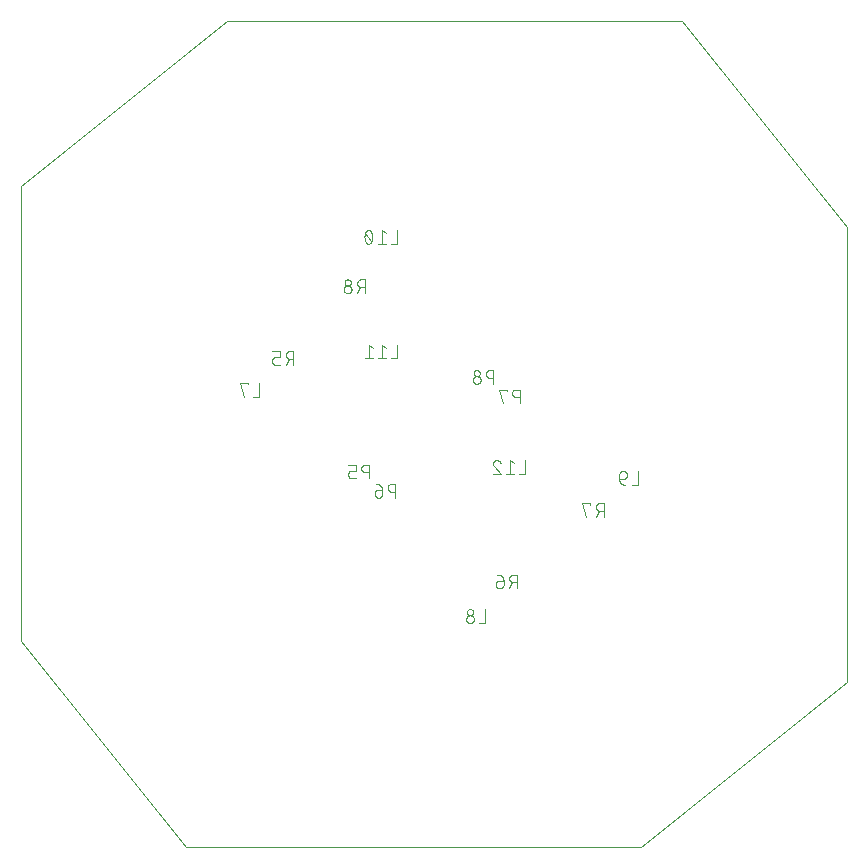
<source format=gbr>
G04 EAGLE Gerber RS-274X export*
G75*
%MOMM*%
%FSLAX34Y34*%
%LPD*%
%INoutline_silk_bot*%
%IPPOS*%
%AMOC8*
5,1,8,0,0,1.08239X$1,22.5*%
G01*
%ADD10C,0.001000*%
%ADD11C,0.101600*%


D10*
X-175000Y350000D02*
X-350000Y210000D01*
X-350000Y-175000D01*
X-210000Y-350000D01*
X175000Y-350000D01*
X350000Y-210000D01*
X350000Y175000D01*
X210000Y350000D01*
X-175000Y350000D01*
D11*
X-55118Y-25908D02*
X-55118Y-37592D01*
X-55118Y-25908D02*
X-58364Y-25908D01*
X-58477Y-25910D01*
X-58590Y-25916D01*
X-58703Y-25926D01*
X-58816Y-25940D01*
X-58928Y-25957D01*
X-59039Y-25979D01*
X-59149Y-26004D01*
X-59259Y-26034D01*
X-59367Y-26067D01*
X-59474Y-26104D01*
X-59580Y-26144D01*
X-59684Y-26189D01*
X-59787Y-26237D01*
X-59888Y-26288D01*
X-59987Y-26343D01*
X-60084Y-26401D01*
X-60179Y-26463D01*
X-60272Y-26528D01*
X-60362Y-26596D01*
X-60450Y-26667D01*
X-60536Y-26742D01*
X-60619Y-26819D01*
X-60699Y-26899D01*
X-60776Y-26982D01*
X-60851Y-27068D01*
X-60922Y-27156D01*
X-60990Y-27246D01*
X-61055Y-27339D01*
X-61117Y-27434D01*
X-61175Y-27531D01*
X-61230Y-27630D01*
X-61281Y-27731D01*
X-61329Y-27834D01*
X-61374Y-27938D01*
X-61414Y-28044D01*
X-61451Y-28151D01*
X-61484Y-28259D01*
X-61514Y-28369D01*
X-61539Y-28479D01*
X-61561Y-28590D01*
X-61578Y-28702D01*
X-61592Y-28815D01*
X-61602Y-28928D01*
X-61608Y-29041D01*
X-61610Y-29154D01*
X-61608Y-29267D01*
X-61602Y-29380D01*
X-61592Y-29493D01*
X-61578Y-29606D01*
X-61561Y-29718D01*
X-61539Y-29829D01*
X-61514Y-29939D01*
X-61484Y-30049D01*
X-61451Y-30157D01*
X-61414Y-30264D01*
X-61374Y-30370D01*
X-61329Y-30474D01*
X-61281Y-30577D01*
X-61230Y-30678D01*
X-61175Y-30777D01*
X-61117Y-30874D01*
X-61055Y-30969D01*
X-60990Y-31062D01*
X-60922Y-31152D01*
X-60851Y-31240D01*
X-60776Y-31326D01*
X-60699Y-31409D01*
X-60619Y-31489D01*
X-60536Y-31566D01*
X-60450Y-31641D01*
X-60362Y-31712D01*
X-60272Y-31780D01*
X-60179Y-31845D01*
X-60084Y-31907D01*
X-59987Y-31965D01*
X-59888Y-32020D01*
X-59787Y-32071D01*
X-59684Y-32119D01*
X-59580Y-32164D01*
X-59474Y-32204D01*
X-59367Y-32241D01*
X-59259Y-32274D01*
X-59149Y-32304D01*
X-59039Y-32329D01*
X-58928Y-32351D01*
X-58816Y-32368D01*
X-58703Y-32382D01*
X-58590Y-32392D01*
X-58477Y-32398D01*
X-58364Y-32400D01*
X-58364Y-32399D02*
X-55118Y-32399D01*
X-65998Y-37592D02*
X-69892Y-37592D01*
X-69991Y-37590D01*
X-70091Y-37584D01*
X-70190Y-37575D01*
X-70288Y-37562D01*
X-70386Y-37545D01*
X-70484Y-37524D01*
X-70580Y-37499D01*
X-70675Y-37471D01*
X-70769Y-37439D01*
X-70862Y-37404D01*
X-70954Y-37365D01*
X-71044Y-37322D01*
X-71132Y-37277D01*
X-71219Y-37227D01*
X-71303Y-37175D01*
X-71386Y-37119D01*
X-71466Y-37061D01*
X-71544Y-36999D01*
X-71619Y-36934D01*
X-71692Y-36866D01*
X-71762Y-36796D01*
X-71830Y-36723D01*
X-71895Y-36648D01*
X-71957Y-36570D01*
X-72015Y-36490D01*
X-72071Y-36407D01*
X-72123Y-36323D01*
X-72173Y-36236D01*
X-72218Y-36148D01*
X-72261Y-36058D01*
X-72300Y-35966D01*
X-72335Y-35873D01*
X-72367Y-35779D01*
X-72395Y-35684D01*
X-72420Y-35588D01*
X-72441Y-35490D01*
X-72458Y-35392D01*
X-72471Y-35294D01*
X-72480Y-35195D01*
X-72486Y-35095D01*
X-72488Y-34996D01*
X-72489Y-34996D02*
X-72489Y-33697D01*
X-72488Y-33697D02*
X-72486Y-33598D01*
X-72480Y-33498D01*
X-72471Y-33399D01*
X-72458Y-33301D01*
X-72441Y-33203D01*
X-72420Y-33105D01*
X-72395Y-33009D01*
X-72367Y-32914D01*
X-72335Y-32820D01*
X-72300Y-32727D01*
X-72261Y-32635D01*
X-72218Y-32545D01*
X-72173Y-32457D01*
X-72123Y-32370D01*
X-72071Y-32286D01*
X-72015Y-32203D01*
X-71957Y-32123D01*
X-71895Y-32045D01*
X-71830Y-31970D01*
X-71762Y-31897D01*
X-71692Y-31827D01*
X-71619Y-31759D01*
X-71544Y-31694D01*
X-71466Y-31632D01*
X-71386Y-31574D01*
X-71303Y-31518D01*
X-71219Y-31466D01*
X-71132Y-31416D01*
X-71044Y-31371D01*
X-70954Y-31328D01*
X-70862Y-31289D01*
X-70769Y-31254D01*
X-70675Y-31222D01*
X-70580Y-31194D01*
X-70484Y-31169D01*
X-70386Y-31148D01*
X-70288Y-31131D01*
X-70190Y-31118D01*
X-70091Y-31109D01*
X-69991Y-31103D01*
X-69892Y-31101D01*
X-65998Y-31101D01*
X-65998Y-25908D01*
X-72489Y-25908D01*
X-32921Y-42418D02*
X-32921Y-54102D01*
X-32921Y-42418D02*
X-36167Y-42418D01*
X-36280Y-42420D01*
X-36393Y-42426D01*
X-36506Y-42436D01*
X-36619Y-42450D01*
X-36731Y-42467D01*
X-36842Y-42489D01*
X-36952Y-42514D01*
X-37062Y-42544D01*
X-37170Y-42577D01*
X-37277Y-42614D01*
X-37383Y-42654D01*
X-37487Y-42699D01*
X-37590Y-42747D01*
X-37691Y-42798D01*
X-37790Y-42853D01*
X-37887Y-42911D01*
X-37982Y-42973D01*
X-38075Y-43038D01*
X-38165Y-43106D01*
X-38253Y-43177D01*
X-38339Y-43252D01*
X-38422Y-43329D01*
X-38502Y-43409D01*
X-38579Y-43492D01*
X-38654Y-43578D01*
X-38725Y-43666D01*
X-38793Y-43756D01*
X-38858Y-43849D01*
X-38920Y-43944D01*
X-38978Y-44041D01*
X-39033Y-44140D01*
X-39084Y-44241D01*
X-39132Y-44344D01*
X-39177Y-44448D01*
X-39217Y-44554D01*
X-39254Y-44661D01*
X-39287Y-44769D01*
X-39317Y-44879D01*
X-39342Y-44989D01*
X-39364Y-45100D01*
X-39381Y-45212D01*
X-39395Y-45325D01*
X-39405Y-45438D01*
X-39411Y-45551D01*
X-39413Y-45664D01*
X-39411Y-45777D01*
X-39405Y-45890D01*
X-39395Y-46003D01*
X-39381Y-46116D01*
X-39364Y-46228D01*
X-39342Y-46339D01*
X-39317Y-46449D01*
X-39287Y-46559D01*
X-39254Y-46667D01*
X-39217Y-46774D01*
X-39177Y-46880D01*
X-39132Y-46984D01*
X-39084Y-47087D01*
X-39033Y-47188D01*
X-38978Y-47287D01*
X-38920Y-47384D01*
X-38858Y-47479D01*
X-38793Y-47572D01*
X-38725Y-47662D01*
X-38654Y-47750D01*
X-38579Y-47836D01*
X-38502Y-47919D01*
X-38422Y-47999D01*
X-38339Y-48076D01*
X-38253Y-48151D01*
X-38165Y-48222D01*
X-38075Y-48290D01*
X-37982Y-48355D01*
X-37887Y-48417D01*
X-37790Y-48475D01*
X-37691Y-48530D01*
X-37590Y-48581D01*
X-37487Y-48629D01*
X-37383Y-48674D01*
X-37277Y-48714D01*
X-37170Y-48751D01*
X-37062Y-48784D01*
X-36952Y-48814D01*
X-36842Y-48839D01*
X-36731Y-48861D01*
X-36619Y-48878D01*
X-36506Y-48892D01*
X-36393Y-48902D01*
X-36280Y-48908D01*
X-36167Y-48910D01*
X-36167Y-48909D02*
X-32921Y-48909D01*
X-43801Y-47611D02*
X-47696Y-47611D01*
X-47795Y-47613D01*
X-47895Y-47619D01*
X-47994Y-47628D01*
X-48092Y-47641D01*
X-48190Y-47658D01*
X-48288Y-47679D01*
X-48384Y-47704D01*
X-48479Y-47732D01*
X-48573Y-47764D01*
X-48666Y-47799D01*
X-48758Y-47838D01*
X-48848Y-47881D01*
X-48936Y-47926D01*
X-49023Y-47976D01*
X-49107Y-48028D01*
X-49190Y-48084D01*
X-49270Y-48142D01*
X-49348Y-48204D01*
X-49423Y-48269D01*
X-49496Y-48337D01*
X-49566Y-48407D01*
X-49634Y-48480D01*
X-49699Y-48555D01*
X-49761Y-48633D01*
X-49819Y-48713D01*
X-49875Y-48796D01*
X-49927Y-48880D01*
X-49977Y-48967D01*
X-50022Y-49055D01*
X-50065Y-49145D01*
X-50104Y-49237D01*
X-50139Y-49330D01*
X-50171Y-49424D01*
X-50199Y-49519D01*
X-50224Y-49615D01*
X-50245Y-49713D01*
X-50262Y-49811D01*
X-50275Y-49909D01*
X-50284Y-50008D01*
X-50290Y-50108D01*
X-50292Y-50207D01*
X-50292Y-50856D01*
X-50290Y-50969D01*
X-50284Y-51082D01*
X-50274Y-51195D01*
X-50260Y-51308D01*
X-50243Y-51420D01*
X-50221Y-51531D01*
X-50196Y-51641D01*
X-50166Y-51751D01*
X-50133Y-51859D01*
X-50096Y-51966D01*
X-50056Y-52072D01*
X-50011Y-52176D01*
X-49963Y-52279D01*
X-49912Y-52380D01*
X-49857Y-52479D01*
X-49799Y-52576D01*
X-49737Y-52671D01*
X-49672Y-52764D01*
X-49604Y-52854D01*
X-49533Y-52942D01*
X-49458Y-53028D01*
X-49381Y-53111D01*
X-49301Y-53191D01*
X-49218Y-53268D01*
X-49132Y-53343D01*
X-49044Y-53414D01*
X-48954Y-53482D01*
X-48861Y-53547D01*
X-48766Y-53609D01*
X-48669Y-53667D01*
X-48570Y-53722D01*
X-48469Y-53773D01*
X-48366Y-53821D01*
X-48262Y-53866D01*
X-48156Y-53906D01*
X-48049Y-53943D01*
X-47941Y-53976D01*
X-47831Y-54006D01*
X-47721Y-54031D01*
X-47610Y-54053D01*
X-47498Y-54070D01*
X-47385Y-54084D01*
X-47272Y-54094D01*
X-47159Y-54100D01*
X-47046Y-54102D01*
X-46933Y-54100D01*
X-46820Y-54094D01*
X-46707Y-54084D01*
X-46594Y-54070D01*
X-46482Y-54053D01*
X-46371Y-54031D01*
X-46261Y-54006D01*
X-46151Y-53976D01*
X-46043Y-53943D01*
X-45936Y-53906D01*
X-45830Y-53866D01*
X-45726Y-53821D01*
X-45623Y-53773D01*
X-45522Y-53722D01*
X-45423Y-53667D01*
X-45326Y-53609D01*
X-45231Y-53547D01*
X-45138Y-53482D01*
X-45048Y-53414D01*
X-44960Y-53343D01*
X-44874Y-53268D01*
X-44791Y-53191D01*
X-44711Y-53111D01*
X-44634Y-53028D01*
X-44559Y-52942D01*
X-44488Y-52854D01*
X-44420Y-52764D01*
X-44355Y-52671D01*
X-44293Y-52576D01*
X-44235Y-52479D01*
X-44180Y-52380D01*
X-44129Y-52279D01*
X-44081Y-52176D01*
X-44036Y-52072D01*
X-43996Y-51966D01*
X-43959Y-51859D01*
X-43926Y-51751D01*
X-43896Y-51641D01*
X-43871Y-51531D01*
X-43849Y-51420D01*
X-43832Y-51308D01*
X-43818Y-51195D01*
X-43808Y-51082D01*
X-43802Y-50969D01*
X-43800Y-50856D01*
X-43801Y-50856D02*
X-43801Y-47611D01*
X-43803Y-47468D01*
X-43809Y-47325D01*
X-43819Y-47182D01*
X-43833Y-47040D01*
X-43850Y-46898D01*
X-43872Y-46756D01*
X-43897Y-46615D01*
X-43927Y-46475D01*
X-43960Y-46336D01*
X-43997Y-46198D01*
X-44038Y-46061D01*
X-44082Y-45925D01*
X-44131Y-45790D01*
X-44183Y-45657D01*
X-44238Y-45525D01*
X-44298Y-45395D01*
X-44361Y-45266D01*
X-44427Y-45139D01*
X-44497Y-45015D01*
X-44570Y-44892D01*
X-44647Y-44771D01*
X-44726Y-44652D01*
X-44810Y-44536D01*
X-44896Y-44421D01*
X-44985Y-44310D01*
X-45078Y-44201D01*
X-45173Y-44094D01*
X-45272Y-43990D01*
X-45373Y-43889D01*
X-45477Y-43790D01*
X-45583Y-43695D01*
X-45693Y-43602D01*
X-45804Y-43513D01*
X-45918Y-43427D01*
X-46035Y-43344D01*
X-46154Y-43264D01*
X-46275Y-43187D01*
X-46397Y-43114D01*
X-46522Y-43044D01*
X-46649Y-42978D01*
X-46778Y-42915D01*
X-46908Y-42855D01*
X-47040Y-42800D01*
X-47173Y-42748D01*
X-47308Y-42699D01*
X-47444Y-42655D01*
X-47581Y-42614D01*
X-47719Y-42577D01*
X-47858Y-42544D01*
X-47998Y-42514D01*
X-48139Y-42489D01*
X-48281Y-42467D01*
X-48423Y-42450D01*
X-48565Y-42436D01*
X-48708Y-42426D01*
X-48851Y-42420D01*
X-48994Y-42418D01*
X72489Y25908D02*
X72489Y37592D01*
X69243Y37592D01*
X69130Y37590D01*
X69017Y37584D01*
X68904Y37574D01*
X68791Y37560D01*
X68679Y37543D01*
X68568Y37521D01*
X68458Y37496D01*
X68348Y37466D01*
X68240Y37433D01*
X68133Y37396D01*
X68027Y37356D01*
X67923Y37311D01*
X67820Y37263D01*
X67719Y37212D01*
X67620Y37157D01*
X67523Y37099D01*
X67428Y37037D01*
X67335Y36972D01*
X67245Y36904D01*
X67157Y36833D01*
X67071Y36758D01*
X66988Y36681D01*
X66908Y36601D01*
X66831Y36518D01*
X66756Y36432D01*
X66685Y36344D01*
X66617Y36254D01*
X66552Y36161D01*
X66490Y36066D01*
X66432Y35969D01*
X66377Y35870D01*
X66326Y35769D01*
X66278Y35666D01*
X66233Y35562D01*
X66193Y35456D01*
X66156Y35349D01*
X66123Y35241D01*
X66093Y35131D01*
X66068Y35021D01*
X66046Y34910D01*
X66029Y34798D01*
X66015Y34685D01*
X66005Y34572D01*
X65999Y34459D01*
X65997Y34346D01*
X65999Y34233D01*
X66005Y34120D01*
X66015Y34007D01*
X66029Y33894D01*
X66046Y33782D01*
X66068Y33671D01*
X66093Y33561D01*
X66123Y33451D01*
X66156Y33343D01*
X66193Y33236D01*
X66233Y33130D01*
X66278Y33026D01*
X66326Y32923D01*
X66377Y32822D01*
X66432Y32723D01*
X66490Y32626D01*
X66552Y32531D01*
X66617Y32438D01*
X66685Y32348D01*
X66756Y32260D01*
X66831Y32174D01*
X66908Y32091D01*
X66988Y32011D01*
X67071Y31934D01*
X67157Y31859D01*
X67245Y31788D01*
X67335Y31720D01*
X67428Y31655D01*
X67523Y31593D01*
X67620Y31535D01*
X67719Y31480D01*
X67820Y31429D01*
X67923Y31381D01*
X68027Y31336D01*
X68133Y31296D01*
X68240Y31259D01*
X68348Y31226D01*
X68458Y31196D01*
X68568Y31171D01*
X68679Y31149D01*
X68791Y31132D01*
X68904Y31118D01*
X69017Y31108D01*
X69130Y31102D01*
X69243Y31100D01*
X69243Y31101D02*
X72489Y31101D01*
X61609Y36294D02*
X61609Y37592D01*
X55118Y37592D01*
X58364Y25908D01*
X50292Y42418D02*
X50292Y54102D01*
X47046Y54102D01*
X46933Y54100D01*
X46820Y54094D01*
X46707Y54084D01*
X46594Y54070D01*
X46482Y54053D01*
X46371Y54031D01*
X46261Y54006D01*
X46151Y53976D01*
X46043Y53943D01*
X45936Y53906D01*
X45830Y53866D01*
X45726Y53821D01*
X45623Y53773D01*
X45522Y53722D01*
X45423Y53667D01*
X45326Y53609D01*
X45231Y53547D01*
X45138Y53482D01*
X45048Y53414D01*
X44960Y53343D01*
X44874Y53268D01*
X44791Y53191D01*
X44711Y53111D01*
X44634Y53028D01*
X44559Y52942D01*
X44488Y52854D01*
X44420Y52764D01*
X44355Y52671D01*
X44293Y52576D01*
X44235Y52479D01*
X44180Y52380D01*
X44129Y52279D01*
X44081Y52176D01*
X44036Y52072D01*
X43996Y51966D01*
X43959Y51859D01*
X43926Y51751D01*
X43896Y51641D01*
X43871Y51531D01*
X43849Y51420D01*
X43832Y51308D01*
X43818Y51195D01*
X43808Y51082D01*
X43802Y50969D01*
X43800Y50856D01*
X43802Y50743D01*
X43808Y50630D01*
X43818Y50517D01*
X43832Y50404D01*
X43849Y50292D01*
X43871Y50181D01*
X43896Y50071D01*
X43926Y49961D01*
X43959Y49853D01*
X43996Y49746D01*
X44036Y49640D01*
X44081Y49536D01*
X44129Y49433D01*
X44180Y49332D01*
X44235Y49233D01*
X44293Y49136D01*
X44355Y49041D01*
X44420Y48948D01*
X44488Y48858D01*
X44559Y48770D01*
X44634Y48684D01*
X44711Y48601D01*
X44791Y48521D01*
X44874Y48444D01*
X44960Y48369D01*
X45048Y48298D01*
X45138Y48230D01*
X45231Y48165D01*
X45326Y48103D01*
X45423Y48045D01*
X45522Y47990D01*
X45623Y47939D01*
X45726Y47891D01*
X45830Y47846D01*
X45936Y47806D01*
X46043Y47769D01*
X46151Y47736D01*
X46261Y47706D01*
X46371Y47681D01*
X46482Y47659D01*
X46594Y47642D01*
X46707Y47628D01*
X46820Y47618D01*
X46933Y47612D01*
X47046Y47610D01*
X47046Y47611D02*
X50292Y47611D01*
X39413Y45664D02*
X39411Y45777D01*
X39405Y45890D01*
X39395Y46003D01*
X39381Y46116D01*
X39364Y46228D01*
X39342Y46339D01*
X39317Y46449D01*
X39287Y46559D01*
X39254Y46667D01*
X39217Y46774D01*
X39177Y46880D01*
X39132Y46984D01*
X39084Y47087D01*
X39033Y47188D01*
X38978Y47287D01*
X38920Y47384D01*
X38858Y47479D01*
X38793Y47572D01*
X38725Y47662D01*
X38654Y47750D01*
X38579Y47836D01*
X38502Y47919D01*
X38422Y47999D01*
X38339Y48076D01*
X38253Y48151D01*
X38165Y48222D01*
X38075Y48290D01*
X37982Y48355D01*
X37887Y48417D01*
X37790Y48475D01*
X37691Y48530D01*
X37590Y48581D01*
X37487Y48629D01*
X37383Y48674D01*
X37277Y48714D01*
X37170Y48751D01*
X37062Y48784D01*
X36952Y48814D01*
X36842Y48839D01*
X36731Y48861D01*
X36619Y48878D01*
X36506Y48892D01*
X36393Y48902D01*
X36280Y48908D01*
X36167Y48910D01*
X36054Y48908D01*
X35941Y48902D01*
X35828Y48892D01*
X35715Y48878D01*
X35603Y48861D01*
X35492Y48839D01*
X35382Y48814D01*
X35272Y48784D01*
X35164Y48751D01*
X35057Y48714D01*
X34951Y48674D01*
X34847Y48629D01*
X34744Y48581D01*
X34643Y48530D01*
X34544Y48475D01*
X34447Y48417D01*
X34352Y48355D01*
X34259Y48290D01*
X34169Y48222D01*
X34081Y48151D01*
X33995Y48076D01*
X33912Y47999D01*
X33832Y47919D01*
X33755Y47836D01*
X33680Y47750D01*
X33609Y47662D01*
X33541Y47572D01*
X33476Y47479D01*
X33414Y47384D01*
X33356Y47287D01*
X33301Y47188D01*
X33250Y47087D01*
X33202Y46984D01*
X33157Y46880D01*
X33117Y46774D01*
X33080Y46667D01*
X33047Y46559D01*
X33017Y46449D01*
X32992Y46339D01*
X32970Y46228D01*
X32953Y46116D01*
X32939Y46003D01*
X32929Y45890D01*
X32923Y45777D01*
X32921Y45664D01*
X32923Y45551D01*
X32929Y45438D01*
X32939Y45325D01*
X32953Y45212D01*
X32970Y45100D01*
X32992Y44989D01*
X33017Y44879D01*
X33047Y44769D01*
X33080Y44661D01*
X33117Y44554D01*
X33157Y44448D01*
X33202Y44344D01*
X33250Y44241D01*
X33301Y44140D01*
X33356Y44041D01*
X33414Y43944D01*
X33476Y43849D01*
X33541Y43756D01*
X33609Y43666D01*
X33680Y43578D01*
X33755Y43492D01*
X33832Y43409D01*
X33912Y43329D01*
X33995Y43252D01*
X34081Y43177D01*
X34169Y43106D01*
X34259Y43038D01*
X34352Y42973D01*
X34447Y42911D01*
X34544Y42853D01*
X34643Y42798D01*
X34744Y42747D01*
X34847Y42699D01*
X34951Y42654D01*
X35057Y42614D01*
X35164Y42577D01*
X35272Y42544D01*
X35382Y42514D01*
X35492Y42489D01*
X35603Y42467D01*
X35715Y42450D01*
X35828Y42436D01*
X35941Y42426D01*
X36054Y42420D01*
X36167Y42418D01*
X36280Y42420D01*
X36393Y42426D01*
X36506Y42436D01*
X36619Y42450D01*
X36731Y42467D01*
X36842Y42489D01*
X36952Y42514D01*
X37062Y42544D01*
X37170Y42577D01*
X37277Y42614D01*
X37383Y42654D01*
X37487Y42699D01*
X37590Y42747D01*
X37691Y42798D01*
X37790Y42853D01*
X37887Y42911D01*
X37982Y42973D01*
X38075Y43038D01*
X38165Y43106D01*
X38253Y43177D01*
X38339Y43252D01*
X38422Y43329D01*
X38502Y43409D01*
X38579Y43492D01*
X38654Y43578D01*
X38725Y43666D01*
X38793Y43756D01*
X38858Y43849D01*
X38920Y43944D01*
X38978Y44041D01*
X39033Y44140D01*
X39084Y44241D01*
X39132Y44344D01*
X39177Y44448D01*
X39217Y44554D01*
X39254Y44661D01*
X39287Y44769D01*
X39317Y44879D01*
X39342Y44989D01*
X39364Y45100D01*
X39381Y45212D01*
X39395Y45325D01*
X39405Y45438D01*
X39411Y45551D01*
X39413Y45664D01*
X38763Y51506D02*
X38761Y51607D01*
X38755Y51707D01*
X38745Y51807D01*
X38732Y51907D01*
X38714Y52006D01*
X38693Y52105D01*
X38668Y52202D01*
X38639Y52299D01*
X38606Y52394D01*
X38570Y52488D01*
X38530Y52580D01*
X38487Y52671D01*
X38440Y52760D01*
X38390Y52847D01*
X38336Y52933D01*
X38279Y53016D01*
X38219Y53096D01*
X38156Y53175D01*
X38089Y53251D01*
X38020Y53324D01*
X37948Y53394D01*
X37874Y53462D01*
X37797Y53527D01*
X37717Y53588D01*
X37635Y53647D01*
X37551Y53702D01*
X37465Y53754D01*
X37377Y53803D01*
X37287Y53848D01*
X37195Y53890D01*
X37102Y53928D01*
X37007Y53962D01*
X36912Y53993D01*
X36815Y54020D01*
X36717Y54043D01*
X36618Y54063D01*
X36518Y54078D01*
X36418Y54090D01*
X36318Y54098D01*
X36217Y54102D01*
X36117Y54102D01*
X36016Y54098D01*
X35916Y54090D01*
X35816Y54078D01*
X35716Y54063D01*
X35617Y54043D01*
X35519Y54020D01*
X35422Y53993D01*
X35327Y53962D01*
X35232Y53928D01*
X35139Y53890D01*
X35047Y53848D01*
X34957Y53803D01*
X34869Y53754D01*
X34783Y53702D01*
X34699Y53647D01*
X34617Y53588D01*
X34537Y53527D01*
X34460Y53462D01*
X34386Y53394D01*
X34314Y53324D01*
X34245Y53251D01*
X34178Y53175D01*
X34115Y53096D01*
X34055Y53016D01*
X33998Y52933D01*
X33944Y52847D01*
X33894Y52760D01*
X33847Y52671D01*
X33804Y52580D01*
X33764Y52488D01*
X33728Y52394D01*
X33695Y52299D01*
X33666Y52202D01*
X33641Y52105D01*
X33620Y52006D01*
X33602Y51907D01*
X33589Y51807D01*
X33579Y51707D01*
X33573Y51607D01*
X33571Y51506D01*
X33573Y51405D01*
X33579Y51305D01*
X33589Y51205D01*
X33602Y51105D01*
X33620Y51006D01*
X33641Y50907D01*
X33666Y50810D01*
X33695Y50713D01*
X33728Y50618D01*
X33764Y50524D01*
X33804Y50432D01*
X33847Y50341D01*
X33894Y50252D01*
X33944Y50165D01*
X33998Y50079D01*
X34055Y49996D01*
X34115Y49916D01*
X34178Y49837D01*
X34245Y49761D01*
X34314Y49688D01*
X34386Y49618D01*
X34460Y49550D01*
X34537Y49485D01*
X34617Y49424D01*
X34699Y49365D01*
X34783Y49310D01*
X34869Y49258D01*
X34957Y49209D01*
X35047Y49164D01*
X35139Y49122D01*
X35232Y49084D01*
X35327Y49050D01*
X35422Y49019D01*
X35519Y48992D01*
X35617Y48969D01*
X35716Y48949D01*
X35816Y48934D01*
X35916Y48922D01*
X36016Y48914D01*
X36117Y48910D01*
X36217Y48910D01*
X36318Y48914D01*
X36418Y48922D01*
X36518Y48934D01*
X36618Y48949D01*
X36717Y48969D01*
X36815Y48992D01*
X36912Y49019D01*
X37007Y49050D01*
X37102Y49084D01*
X37195Y49122D01*
X37287Y49164D01*
X37377Y49209D01*
X37465Y49258D01*
X37551Y49310D01*
X37635Y49365D01*
X37717Y49424D01*
X37797Y49485D01*
X37874Y49550D01*
X37948Y49618D01*
X38020Y49688D01*
X38089Y49761D01*
X38156Y49837D01*
X38219Y49916D01*
X38279Y49996D01*
X38336Y50079D01*
X38390Y50165D01*
X38440Y50252D01*
X38487Y50341D01*
X38530Y50432D01*
X38570Y50524D01*
X38606Y50618D01*
X38639Y50713D01*
X38668Y50810D01*
X38693Y50907D01*
X38714Y51006D01*
X38732Y51105D01*
X38745Y51205D01*
X38755Y51305D01*
X38761Y51405D01*
X38763Y51506D01*
X-119126Y58420D02*
X-119126Y70104D01*
X-122372Y70104D01*
X-122485Y70102D01*
X-122598Y70096D01*
X-122711Y70086D01*
X-122824Y70072D01*
X-122936Y70055D01*
X-123047Y70033D01*
X-123157Y70008D01*
X-123267Y69978D01*
X-123375Y69945D01*
X-123482Y69908D01*
X-123588Y69868D01*
X-123692Y69823D01*
X-123795Y69775D01*
X-123896Y69724D01*
X-123995Y69669D01*
X-124092Y69611D01*
X-124187Y69549D01*
X-124280Y69484D01*
X-124370Y69416D01*
X-124458Y69345D01*
X-124544Y69270D01*
X-124627Y69193D01*
X-124707Y69113D01*
X-124784Y69030D01*
X-124859Y68944D01*
X-124930Y68856D01*
X-124998Y68766D01*
X-125063Y68673D01*
X-125125Y68578D01*
X-125183Y68481D01*
X-125238Y68382D01*
X-125289Y68281D01*
X-125337Y68178D01*
X-125382Y68074D01*
X-125422Y67968D01*
X-125459Y67861D01*
X-125492Y67753D01*
X-125522Y67643D01*
X-125547Y67533D01*
X-125569Y67422D01*
X-125586Y67310D01*
X-125600Y67197D01*
X-125610Y67084D01*
X-125616Y66971D01*
X-125618Y66858D01*
X-125616Y66745D01*
X-125610Y66632D01*
X-125600Y66519D01*
X-125586Y66406D01*
X-125569Y66294D01*
X-125547Y66183D01*
X-125522Y66073D01*
X-125492Y65963D01*
X-125459Y65855D01*
X-125422Y65748D01*
X-125382Y65642D01*
X-125337Y65538D01*
X-125289Y65435D01*
X-125238Y65334D01*
X-125183Y65235D01*
X-125125Y65138D01*
X-125063Y65043D01*
X-124998Y64950D01*
X-124930Y64860D01*
X-124859Y64772D01*
X-124784Y64686D01*
X-124707Y64603D01*
X-124627Y64523D01*
X-124544Y64446D01*
X-124458Y64371D01*
X-124370Y64300D01*
X-124280Y64232D01*
X-124187Y64167D01*
X-124092Y64105D01*
X-123995Y64047D01*
X-123896Y63992D01*
X-123795Y63941D01*
X-123692Y63893D01*
X-123588Y63848D01*
X-123482Y63808D01*
X-123375Y63771D01*
X-123267Y63738D01*
X-123157Y63708D01*
X-123047Y63683D01*
X-122936Y63661D01*
X-122824Y63644D01*
X-122711Y63630D01*
X-122598Y63620D01*
X-122485Y63614D01*
X-122372Y63612D01*
X-122372Y63613D02*
X-119126Y63613D01*
X-123021Y63613D02*
X-125617Y58420D01*
X-130482Y58420D02*
X-134377Y58420D01*
X-134476Y58422D01*
X-134576Y58428D01*
X-134675Y58437D01*
X-134773Y58450D01*
X-134871Y58467D01*
X-134969Y58488D01*
X-135065Y58513D01*
X-135160Y58541D01*
X-135254Y58573D01*
X-135347Y58608D01*
X-135439Y58647D01*
X-135529Y58690D01*
X-135617Y58735D01*
X-135704Y58785D01*
X-135788Y58837D01*
X-135871Y58893D01*
X-135951Y58951D01*
X-136029Y59013D01*
X-136104Y59078D01*
X-136177Y59146D01*
X-136247Y59216D01*
X-136315Y59289D01*
X-136380Y59364D01*
X-136442Y59442D01*
X-136500Y59522D01*
X-136556Y59605D01*
X-136608Y59689D01*
X-136658Y59776D01*
X-136703Y59864D01*
X-136746Y59954D01*
X-136785Y60046D01*
X-136820Y60139D01*
X-136852Y60233D01*
X-136880Y60328D01*
X-136905Y60424D01*
X-136926Y60522D01*
X-136943Y60620D01*
X-136956Y60718D01*
X-136965Y60817D01*
X-136971Y60917D01*
X-136973Y61016D01*
X-136973Y62315D01*
X-136971Y62414D01*
X-136965Y62514D01*
X-136956Y62613D01*
X-136943Y62711D01*
X-136926Y62809D01*
X-136905Y62907D01*
X-136880Y63003D01*
X-136852Y63098D01*
X-136820Y63192D01*
X-136785Y63285D01*
X-136746Y63377D01*
X-136703Y63467D01*
X-136658Y63555D01*
X-136608Y63642D01*
X-136556Y63726D01*
X-136500Y63809D01*
X-136442Y63889D01*
X-136380Y63967D01*
X-136315Y64042D01*
X-136247Y64115D01*
X-136177Y64185D01*
X-136104Y64253D01*
X-136029Y64318D01*
X-135951Y64380D01*
X-135871Y64438D01*
X-135788Y64494D01*
X-135704Y64546D01*
X-135617Y64596D01*
X-135529Y64641D01*
X-135439Y64684D01*
X-135347Y64723D01*
X-135254Y64758D01*
X-135160Y64790D01*
X-135065Y64818D01*
X-134969Y64843D01*
X-134871Y64864D01*
X-134773Y64881D01*
X-134675Y64894D01*
X-134576Y64903D01*
X-134476Y64909D01*
X-134377Y64911D01*
X-130482Y64911D01*
X-130482Y70104D01*
X-136973Y70104D01*
X70231Y-119126D02*
X70231Y-130810D01*
X70231Y-119126D02*
X66985Y-119126D01*
X66872Y-119128D01*
X66759Y-119134D01*
X66646Y-119144D01*
X66533Y-119158D01*
X66421Y-119175D01*
X66310Y-119197D01*
X66200Y-119222D01*
X66090Y-119252D01*
X65982Y-119285D01*
X65875Y-119322D01*
X65769Y-119362D01*
X65665Y-119407D01*
X65562Y-119455D01*
X65461Y-119506D01*
X65362Y-119561D01*
X65265Y-119619D01*
X65170Y-119681D01*
X65077Y-119746D01*
X64987Y-119814D01*
X64899Y-119885D01*
X64813Y-119960D01*
X64730Y-120037D01*
X64650Y-120117D01*
X64573Y-120200D01*
X64498Y-120286D01*
X64427Y-120374D01*
X64359Y-120464D01*
X64294Y-120557D01*
X64232Y-120652D01*
X64174Y-120749D01*
X64119Y-120848D01*
X64068Y-120949D01*
X64020Y-121052D01*
X63975Y-121156D01*
X63935Y-121262D01*
X63898Y-121369D01*
X63865Y-121477D01*
X63835Y-121587D01*
X63810Y-121697D01*
X63788Y-121808D01*
X63771Y-121920D01*
X63757Y-122033D01*
X63747Y-122146D01*
X63741Y-122259D01*
X63739Y-122372D01*
X63741Y-122485D01*
X63747Y-122598D01*
X63757Y-122711D01*
X63771Y-122824D01*
X63788Y-122936D01*
X63810Y-123047D01*
X63835Y-123157D01*
X63865Y-123267D01*
X63898Y-123375D01*
X63935Y-123482D01*
X63975Y-123588D01*
X64020Y-123692D01*
X64068Y-123795D01*
X64119Y-123896D01*
X64174Y-123995D01*
X64232Y-124092D01*
X64294Y-124187D01*
X64359Y-124280D01*
X64427Y-124370D01*
X64498Y-124458D01*
X64573Y-124544D01*
X64650Y-124627D01*
X64730Y-124707D01*
X64813Y-124784D01*
X64899Y-124859D01*
X64987Y-124930D01*
X65077Y-124998D01*
X65170Y-125063D01*
X65265Y-125125D01*
X65362Y-125183D01*
X65461Y-125238D01*
X65562Y-125289D01*
X65665Y-125337D01*
X65769Y-125382D01*
X65875Y-125422D01*
X65982Y-125459D01*
X66090Y-125492D01*
X66200Y-125522D01*
X66310Y-125547D01*
X66421Y-125569D01*
X66533Y-125586D01*
X66646Y-125600D01*
X66759Y-125610D01*
X66872Y-125616D01*
X66985Y-125618D01*
X66985Y-125617D02*
X70231Y-125617D01*
X66336Y-125617D02*
X63740Y-130810D01*
X58875Y-124319D02*
X54980Y-124319D01*
X54881Y-124321D01*
X54781Y-124327D01*
X54682Y-124336D01*
X54584Y-124349D01*
X54486Y-124366D01*
X54388Y-124387D01*
X54292Y-124412D01*
X54197Y-124440D01*
X54103Y-124472D01*
X54010Y-124507D01*
X53918Y-124546D01*
X53828Y-124589D01*
X53740Y-124634D01*
X53653Y-124684D01*
X53569Y-124736D01*
X53486Y-124792D01*
X53406Y-124850D01*
X53328Y-124912D01*
X53253Y-124977D01*
X53180Y-125045D01*
X53110Y-125115D01*
X53042Y-125188D01*
X52977Y-125263D01*
X52915Y-125341D01*
X52857Y-125421D01*
X52801Y-125504D01*
X52749Y-125588D01*
X52699Y-125675D01*
X52654Y-125763D01*
X52611Y-125853D01*
X52572Y-125945D01*
X52537Y-126038D01*
X52505Y-126132D01*
X52477Y-126227D01*
X52452Y-126323D01*
X52431Y-126421D01*
X52414Y-126519D01*
X52401Y-126617D01*
X52392Y-126716D01*
X52386Y-126816D01*
X52384Y-126915D01*
X52384Y-127564D01*
X52383Y-127564D02*
X52385Y-127677D01*
X52391Y-127790D01*
X52401Y-127903D01*
X52415Y-128016D01*
X52432Y-128128D01*
X52454Y-128239D01*
X52479Y-128349D01*
X52509Y-128459D01*
X52542Y-128567D01*
X52579Y-128674D01*
X52619Y-128780D01*
X52664Y-128884D01*
X52712Y-128987D01*
X52763Y-129088D01*
X52818Y-129187D01*
X52876Y-129284D01*
X52938Y-129379D01*
X53003Y-129472D01*
X53071Y-129562D01*
X53142Y-129650D01*
X53217Y-129736D01*
X53294Y-129819D01*
X53374Y-129899D01*
X53457Y-129976D01*
X53543Y-130051D01*
X53631Y-130122D01*
X53721Y-130190D01*
X53814Y-130255D01*
X53909Y-130317D01*
X54006Y-130375D01*
X54105Y-130430D01*
X54206Y-130481D01*
X54309Y-130529D01*
X54413Y-130574D01*
X54519Y-130614D01*
X54626Y-130651D01*
X54734Y-130684D01*
X54844Y-130714D01*
X54954Y-130739D01*
X55065Y-130761D01*
X55177Y-130778D01*
X55290Y-130792D01*
X55403Y-130802D01*
X55516Y-130808D01*
X55629Y-130810D01*
X55742Y-130808D01*
X55855Y-130802D01*
X55968Y-130792D01*
X56081Y-130778D01*
X56193Y-130761D01*
X56304Y-130739D01*
X56414Y-130714D01*
X56524Y-130684D01*
X56632Y-130651D01*
X56739Y-130614D01*
X56845Y-130574D01*
X56949Y-130529D01*
X57052Y-130481D01*
X57153Y-130430D01*
X57252Y-130375D01*
X57349Y-130317D01*
X57444Y-130255D01*
X57537Y-130190D01*
X57627Y-130122D01*
X57715Y-130051D01*
X57801Y-129976D01*
X57884Y-129899D01*
X57964Y-129819D01*
X58041Y-129736D01*
X58116Y-129650D01*
X58187Y-129562D01*
X58255Y-129472D01*
X58320Y-129379D01*
X58382Y-129284D01*
X58440Y-129187D01*
X58495Y-129088D01*
X58546Y-128987D01*
X58594Y-128884D01*
X58639Y-128780D01*
X58679Y-128674D01*
X58716Y-128567D01*
X58749Y-128459D01*
X58779Y-128349D01*
X58804Y-128239D01*
X58826Y-128128D01*
X58843Y-128016D01*
X58857Y-127903D01*
X58867Y-127790D01*
X58873Y-127677D01*
X58875Y-127564D01*
X58875Y-124319D01*
X58873Y-124176D01*
X58867Y-124033D01*
X58857Y-123890D01*
X58843Y-123748D01*
X58826Y-123606D01*
X58804Y-123464D01*
X58779Y-123323D01*
X58749Y-123183D01*
X58716Y-123044D01*
X58679Y-122906D01*
X58638Y-122769D01*
X58594Y-122633D01*
X58545Y-122498D01*
X58493Y-122365D01*
X58438Y-122233D01*
X58378Y-122103D01*
X58315Y-121974D01*
X58249Y-121847D01*
X58179Y-121723D01*
X58106Y-121600D01*
X58029Y-121479D01*
X57950Y-121360D01*
X57866Y-121244D01*
X57780Y-121129D01*
X57691Y-121018D01*
X57598Y-120909D01*
X57503Y-120802D01*
X57404Y-120698D01*
X57303Y-120597D01*
X57199Y-120498D01*
X57093Y-120403D01*
X56983Y-120310D01*
X56872Y-120221D01*
X56758Y-120135D01*
X56641Y-120052D01*
X56522Y-119972D01*
X56401Y-119895D01*
X56279Y-119822D01*
X56154Y-119752D01*
X56027Y-119686D01*
X55898Y-119623D01*
X55768Y-119563D01*
X55636Y-119508D01*
X55503Y-119456D01*
X55368Y-119407D01*
X55232Y-119363D01*
X55095Y-119322D01*
X54957Y-119285D01*
X54818Y-119252D01*
X54678Y-119222D01*
X54537Y-119197D01*
X54395Y-119175D01*
X54253Y-119158D01*
X54111Y-119144D01*
X53968Y-119134D01*
X53825Y-119128D01*
X53682Y-119126D01*
X143510Y-70231D02*
X143510Y-58547D01*
X140264Y-58547D01*
X140151Y-58549D01*
X140038Y-58555D01*
X139925Y-58565D01*
X139812Y-58579D01*
X139700Y-58596D01*
X139589Y-58618D01*
X139479Y-58643D01*
X139369Y-58673D01*
X139261Y-58706D01*
X139154Y-58743D01*
X139048Y-58783D01*
X138944Y-58828D01*
X138841Y-58876D01*
X138740Y-58927D01*
X138641Y-58982D01*
X138544Y-59040D01*
X138449Y-59102D01*
X138356Y-59167D01*
X138266Y-59235D01*
X138178Y-59306D01*
X138092Y-59381D01*
X138009Y-59458D01*
X137929Y-59538D01*
X137852Y-59621D01*
X137777Y-59707D01*
X137706Y-59795D01*
X137638Y-59885D01*
X137573Y-59978D01*
X137511Y-60073D01*
X137453Y-60170D01*
X137398Y-60269D01*
X137347Y-60370D01*
X137299Y-60473D01*
X137254Y-60577D01*
X137214Y-60683D01*
X137177Y-60790D01*
X137144Y-60898D01*
X137114Y-61008D01*
X137089Y-61118D01*
X137067Y-61229D01*
X137050Y-61341D01*
X137036Y-61454D01*
X137026Y-61567D01*
X137020Y-61680D01*
X137018Y-61793D01*
X137020Y-61906D01*
X137026Y-62019D01*
X137036Y-62132D01*
X137050Y-62245D01*
X137067Y-62357D01*
X137089Y-62468D01*
X137114Y-62578D01*
X137144Y-62688D01*
X137177Y-62796D01*
X137214Y-62903D01*
X137254Y-63009D01*
X137299Y-63113D01*
X137347Y-63216D01*
X137398Y-63317D01*
X137453Y-63416D01*
X137511Y-63513D01*
X137573Y-63608D01*
X137638Y-63701D01*
X137706Y-63791D01*
X137777Y-63879D01*
X137852Y-63965D01*
X137929Y-64048D01*
X138009Y-64128D01*
X138092Y-64205D01*
X138178Y-64280D01*
X138266Y-64351D01*
X138356Y-64419D01*
X138449Y-64484D01*
X138544Y-64546D01*
X138641Y-64604D01*
X138740Y-64659D01*
X138841Y-64710D01*
X138944Y-64758D01*
X139048Y-64803D01*
X139154Y-64843D01*
X139261Y-64880D01*
X139369Y-64913D01*
X139479Y-64943D01*
X139589Y-64968D01*
X139700Y-64990D01*
X139812Y-65007D01*
X139925Y-65021D01*
X140038Y-65031D01*
X140151Y-65037D01*
X140264Y-65039D01*
X140264Y-65038D02*
X143510Y-65038D01*
X139615Y-65038D02*
X137019Y-70231D01*
X132154Y-59845D02*
X132154Y-58547D01*
X125663Y-58547D01*
X128908Y-70231D01*
X-58547Y119126D02*
X-58547Y130810D01*
X-61793Y130810D01*
X-61906Y130808D01*
X-62019Y130802D01*
X-62132Y130792D01*
X-62245Y130778D01*
X-62357Y130761D01*
X-62468Y130739D01*
X-62578Y130714D01*
X-62688Y130684D01*
X-62796Y130651D01*
X-62903Y130614D01*
X-63009Y130574D01*
X-63113Y130529D01*
X-63216Y130481D01*
X-63317Y130430D01*
X-63416Y130375D01*
X-63513Y130317D01*
X-63608Y130255D01*
X-63701Y130190D01*
X-63791Y130122D01*
X-63879Y130051D01*
X-63965Y129976D01*
X-64048Y129899D01*
X-64128Y129819D01*
X-64205Y129736D01*
X-64280Y129650D01*
X-64351Y129562D01*
X-64419Y129472D01*
X-64484Y129379D01*
X-64546Y129284D01*
X-64604Y129187D01*
X-64659Y129088D01*
X-64710Y128987D01*
X-64758Y128884D01*
X-64803Y128780D01*
X-64843Y128674D01*
X-64880Y128567D01*
X-64913Y128459D01*
X-64943Y128349D01*
X-64968Y128239D01*
X-64990Y128128D01*
X-65007Y128016D01*
X-65021Y127903D01*
X-65031Y127790D01*
X-65037Y127677D01*
X-65039Y127564D01*
X-65037Y127451D01*
X-65031Y127338D01*
X-65021Y127225D01*
X-65007Y127112D01*
X-64990Y127000D01*
X-64968Y126889D01*
X-64943Y126779D01*
X-64913Y126669D01*
X-64880Y126561D01*
X-64843Y126454D01*
X-64803Y126348D01*
X-64758Y126244D01*
X-64710Y126141D01*
X-64659Y126040D01*
X-64604Y125941D01*
X-64546Y125844D01*
X-64484Y125749D01*
X-64419Y125656D01*
X-64351Y125566D01*
X-64280Y125478D01*
X-64205Y125392D01*
X-64128Y125309D01*
X-64048Y125229D01*
X-63965Y125152D01*
X-63879Y125077D01*
X-63791Y125006D01*
X-63701Y124938D01*
X-63608Y124873D01*
X-63513Y124811D01*
X-63416Y124753D01*
X-63317Y124698D01*
X-63216Y124647D01*
X-63113Y124599D01*
X-63009Y124554D01*
X-62903Y124514D01*
X-62796Y124477D01*
X-62688Y124444D01*
X-62578Y124414D01*
X-62468Y124389D01*
X-62357Y124367D01*
X-62245Y124350D01*
X-62132Y124336D01*
X-62019Y124326D01*
X-61906Y124320D01*
X-61793Y124318D01*
X-61793Y124319D02*
X-58547Y124319D01*
X-62442Y124319D02*
X-65038Y119126D01*
X-69903Y122372D02*
X-69905Y122485D01*
X-69911Y122598D01*
X-69921Y122711D01*
X-69935Y122824D01*
X-69952Y122936D01*
X-69974Y123047D01*
X-69999Y123157D01*
X-70029Y123267D01*
X-70062Y123375D01*
X-70099Y123482D01*
X-70139Y123588D01*
X-70184Y123692D01*
X-70232Y123795D01*
X-70283Y123896D01*
X-70338Y123995D01*
X-70396Y124092D01*
X-70458Y124187D01*
X-70523Y124280D01*
X-70591Y124370D01*
X-70662Y124458D01*
X-70737Y124544D01*
X-70814Y124627D01*
X-70894Y124707D01*
X-70977Y124784D01*
X-71063Y124859D01*
X-71151Y124930D01*
X-71241Y124998D01*
X-71334Y125063D01*
X-71429Y125125D01*
X-71526Y125183D01*
X-71625Y125238D01*
X-71726Y125289D01*
X-71829Y125337D01*
X-71933Y125382D01*
X-72039Y125422D01*
X-72146Y125459D01*
X-72254Y125492D01*
X-72364Y125522D01*
X-72474Y125547D01*
X-72585Y125569D01*
X-72697Y125586D01*
X-72810Y125600D01*
X-72923Y125610D01*
X-73036Y125616D01*
X-73149Y125618D01*
X-73262Y125616D01*
X-73375Y125610D01*
X-73488Y125600D01*
X-73601Y125586D01*
X-73713Y125569D01*
X-73824Y125547D01*
X-73934Y125522D01*
X-74044Y125492D01*
X-74152Y125459D01*
X-74259Y125422D01*
X-74365Y125382D01*
X-74469Y125337D01*
X-74572Y125289D01*
X-74673Y125238D01*
X-74772Y125183D01*
X-74869Y125125D01*
X-74964Y125063D01*
X-75057Y124998D01*
X-75147Y124930D01*
X-75235Y124859D01*
X-75321Y124784D01*
X-75404Y124707D01*
X-75484Y124627D01*
X-75561Y124544D01*
X-75636Y124458D01*
X-75707Y124370D01*
X-75775Y124280D01*
X-75840Y124187D01*
X-75902Y124092D01*
X-75960Y123995D01*
X-76015Y123896D01*
X-76066Y123795D01*
X-76114Y123692D01*
X-76159Y123588D01*
X-76199Y123482D01*
X-76236Y123375D01*
X-76269Y123267D01*
X-76299Y123157D01*
X-76324Y123047D01*
X-76346Y122936D01*
X-76363Y122824D01*
X-76377Y122711D01*
X-76387Y122598D01*
X-76393Y122485D01*
X-76395Y122372D01*
X-76393Y122259D01*
X-76387Y122146D01*
X-76377Y122033D01*
X-76363Y121920D01*
X-76346Y121808D01*
X-76324Y121697D01*
X-76299Y121587D01*
X-76269Y121477D01*
X-76236Y121369D01*
X-76199Y121262D01*
X-76159Y121156D01*
X-76114Y121052D01*
X-76066Y120949D01*
X-76015Y120848D01*
X-75960Y120749D01*
X-75902Y120652D01*
X-75840Y120557D01*
X-75775Y120464D01*
X-75707Y120374D01*
X-75636Y120286D01*
X-75561Y120200D01*
X-75484Y120117D01*
X-75404Y120037D01*
X-75321Y119960D01*
X-75235Y119885D01*
X-75147Y119814D01*
X-75057Y119746D01*
X-74964Y119681D01*
X-74869Y119619D01*
X-74772Y119561D01*
X-74673Y119506D01*
X-74572Y119455D01*
X-74469Y119407D01*
X-74365Y119362D01*
X-74259Y119322D01*
X-74152Y119285D01*
X-74044Y119252D01*
X-73934Y119222D01*
X-73824Y119197D01*
X-73713Y119175D01*
X-73601Y119158D01*
X-73488Y119144D01*
X-73375Y119134D01*
X-73262Y119128D01*
X-73149Y119126D01*
X-73036Y119128D01*
X-72923Y119134D01*
X-72810Y119144D01*
X-72697Y119158D01*
X-72585Y119175D01*
X-72474Y119197D01*
X-72364Y119222D01*
X-72254Y119252D01*
X-72146Y119285D01*
X-72039Y119322D01*
X-71933Y119362D01*
X-71829Y119407D01*
X-71726Y119455D01*
X-71625Y119506D01*
X-71526Y119561D01*
X-71429Y119619D01*
X-71334Y119681D01*
X-71241Y119746D01*
X-71151Y119814D01*
X-71063Y119885D01*
X-70977Y119960D01*
X-70894Y120037D01*
X-70814Y120117D01*
X-70737Y120200D01*
X-70662Y120286D01*
X-70591Y120374D01*
X-70523Y120464D01*
X-70458Y120557D01*
X-70396Y120652D01*
X-70338Y120749D01*
X-70283Y120848D01*
X-70232Y120949D01*
X-70184Y121052D01*
X-70139Y121156D01*
X-70099Y121262D01*
X-70062Y121369D01*
X-70029Y121477D01*
X-69999Y121587D01*
X-69974Y121697D01*
X-69952Y121808D01*
X-69935Y121920D01*
X-69921Y122033D01*
X-69911Y122146D01*
X-69905Y122259D01*
X-69903Y122372D01*
X-70553Y128214D02*
X-70555Y128315D01*
X-70561Y128415D01*
X-70571Y128515D01*
X-70584Y128615D01*
X-70602Y128714D01*
X-70623Y128813D01*
X-70648Y128910D01*
X-70677Y129007D01*
X-70710Y129102D01*
X-70746Y129196D01*
X-70786Y129288D01*
X-70829Y129379D01*
X-70876Y129468D01*
X-70926Y129555D01*
X-70980Y129641D01*
X-71037Y129724D01*
X-71097Y129804D01*
X-71160Y129883D01*
X-71227Y129959D01*
X-71296Y130032D01*
X-71368Y130102D01*
X-71442Y130170D01*
X-71519Y130235D01*
X-71599Y130296D01*
X-71681Y130355D01*
X-71765Y130410D01*
X-71851Y130462D01*
X-71939Y130511D01*
X-72029Y130556D01*
X-72121Y130598D01*
X-72214Y130636D01*
X-72309Y130670D01*
X-72404Y130701D01*
X-72501Y130728D01*
X-72599Y130751D01*
X-72698Y130771D01*
X-72798Y130786D01*
X-72898Y130798D01*
X-72998Y130806D01*
X-73099Y130810D01*
X-73199Y130810D01*
X-73300Y130806D01*
X-73400Y130798D01*
X-73500Y130786D01*
X-73600Y130771D01*
X-73699Y130751D01*
X-73797Y130728D01*
X-73894Y130701D01*
X-73989Y130670D01*
X-74084Y130636D01*
X-74177Y130598D01*
X-74269Y130556D01*
X-74359Y130511D01*
X-74447Y130462D01*
X-74533Y130410D01*
X-74617Y130355D01*
X-74699Y130296D01*
X-74779Y130235D01*
X-74856Y130170D01*
X-74930Y130102D01*
X-75002Y130032D01*
X-75071Y129959D01*
X-75138Y129883D01*
X-75201Y129804D01*
X-75261Y129724D01*
X-75318Y129641D01*
X-75372Y129555D01*
X-75422Y129468D01*
X-75469Y129379D01*
X-75512Y129288D01*
X-75552Y129196D01*
X-75588Y129102D01*
X-75621Y129007D01*
X-75650Y128910D01*
X-75675Y128813D01*
X-75696Y128714D01*
X-75714Y128615D01*
X-75727Y128515D01*
X-75737Y128415D01*
X-75743Y128315D01*
X-75745Y128214D01*
X-75743Y128113D01*
X-75737Y128013D01*
X-75727Y127913D01*
X-75714Y127813D01*
X-75696Y127714D01*
X-75675Y127615D01*
X-75650Y127518D01*
X-75621Y127421D01*
X-75588Y127326D01*
X-75552Y127232D01*
X-75512Y127140D01*
X-75469Y127049D01*
X-75422Y126960D01*
X-75372Y126873D01*
X-75318Y126787D01*
X-75261Y126704D01*
X-75201Y126624D01*
X-75138Y126545D01*
X-75071Y126469D01*
X-75002Y126396D01*
X-74930Y126326D01*
X-74856Y126258D01*
X-74779Y126193D01*
X-74699Y126132D01*
X-74617Y126073D01*
X-74533Y126018D01*
X-74447Y125966D01*
X-74359Y125917D01*
X-74269Y125872D01*
X-74177Y125830D01*
X-74084Y125792D01*
X-73989Y125758D01*
X-73894Y125727D01*
X-73797Y125700D01*
X-73699Y125677D01*
X-73600Y125657D01*
X-73500Y125642D01*
X-73400Y125630D01*
X-73300Y125622D01*
X-73199Y125618D01*
X-73099Y125618D01*
X-72998Y125622D01*
X-72898Y125630D01*
X-72798Y125642D01*
X-72698Y125657D01*
X-72599Y125677D01*
X-72501Y125700D01*
X-72404Y125727D01*
X-72309Y125758D01*
X-72214Y125792D01*
X-72121Y125830D01*
X-72029Y125872D01*
X-71939Y125917D01*
X-71851Y125966D01*
X-71765Y126018D01*
X-71681Y126073D01*
X-71599Y126132D01*
X-71519Y126193D01*
X-71442Y126258D01*
X-71368Y126326D01*
X-71296Y126396D01*
X-71227Y126469D01*
X-71160Y126545D01*
X-71097Y126624D01*
X-71037Y126704D01*
X-70980Y126787D01*
X-70926Y126873D01*
X-70876Y126960D01*
X-70829Y127049D01*
X-70786Y127140D01*
X-70746Y127232D01*
X-70710Y127326D01*
X-70677Y127421D01*
X-70648Y127518D01*
X-70623Y127615D01*
X-70602Y127714D01*
X-70584Y127813D01*
X-70571Y127913D01*
X-70561Y128013D01*
X-70555Y128113D01*
X-70553Y128214D01*
X-148336Y43180D02*
X-148336Y31496D01*
X-153529Y31496D01*
X-157838Y41882D02*
X-157838Y43180D01*
X-164330Y43180D01*
X-161084Y31496D01*
X43180Y-148336D02*
X43180Y-160020D01*
X37987Y-160020D01*
X33678Y-156774D02*
X33676Y-156661D01*
X33670Y-156548D01*
X33660Y-156435D01*
X33646Y-156322D01*
X33629Y-156210D01*
X33607Y-156099D01*
X33582Y-155989D01*
X33552Y-155879D01*
X33519Y-155771D01*
X33482Y-155664D01*
X33442Y-155558D01*
X33397Y-155454D01*
X33349Y-155351D01*
X33298Y-155250D01*
X33243Y-155151D01*
X33185Y-155054D01*
X33123Y-154959D01*
X33058Y-154866D01*
X32990Y-154776D01*
X32919Y-154688D01*
X32844Y-154602D01*
X32767Y-154519D01*
X32687Y-154439D01*
X32604Y-154362D01*
X32518Y-154287D01*
X32430Y-154216D01*
X32340Y-154148D01*
X32247Y-154083D01*
X32152Y-154021D01*
X32055Y-153963D01*
X31956Y-153908D01*
X31855Y-153857D01*
X31752Y-153809D01*
X31648Y-153764D01*
X31542Y-153724D01*
X31435Y-153687D01*
X31327Y-153654D01*
X31217Y-153624D01*
X31107Y-153599D01*
X30996Y-153577D01*
X30884Y-153560D01*
X30771Y-153546D01*
X30658Y-153536D01*
X30545Y-153530D01*
X30432Y-153528D01*
X30319Y-153530D01*
X30206Y-153536D01*
X30093Y-153546D01*
X29980Y-153560D01*
X29868Y-153577D01*
X29757Y-153599D01*
X29647Y-153624D01*
X29537Y-153654D01*
X29429Y-153687D01*
X29322Y-153724D01*
X29216Y-153764D01*
X29112Y-153809D01*
X29009Y-153857D01*
X28908Y-153908D01*
X28809Y-153963D01*
X28712Y-154021D01*
X28617Y-154083D01*
X28524Y-154148D01*
X28434Y-154216D01*
X28346Y-154287D01*
X28260Y-154362D01*
X28177Y-154439D01*
X28097Y-154519D01*
X28020Y-154602D01*
X27945Y-154688D01*
X27874Y-154776D01*
X27806Y-154866D01*
X27741Y-154959D01*
X27679Y-155054D01*
X27621Y-155151D01*
X27566Y-155250D01*
X27515Y-155351D01*
X27467Y-155454D01*
X27422Y-155558D01*
X27382Y-155664D01*
X27345Y-155771D01*
X27312Y-155879D01*
X27282Y-155989D01*
X27257Y-156099D01*
X27235Y-156210D01*
X27218Y-156322D01*
X27204Y-156435D01*
X27194Y-156548D01*
X27188Y-156661D01*
X27186Y-156774D01*
X27188Y-156887D01*
X27194Y-157000D01*
X27204Y-157113D01*
X27218Y-157226D01*
X27235Y-157338D01*
X27257Y-157449D01*
X27282Y-157559D01*
X27312Y-157669D01*
X27345Y-157777D01*
X27382Y-157884D01*
X27422Y-157990D01*
X27467Y-158094D01*
X27515Y-158197D01*
X27566Y-158298D01*
X27621Y-158397D01*
X27679Y-158494D01*
X27741Y-158589D01*
X27806Y-158682D01*
X27874Y-158772D01*
X27945Y-158860D01*
X28020Y-158946D01*
X28097Y-159029D01*
X28177Y-159109D01*
X28260Y-159186D01*
X28346Y-159261D01*
X28434Y-159332D01*
X28524Y-159400D01*
X28617Y-159465D01*
X28712Y-159527D01*
X28809Y-159585D01*
X28908Y-159640D01*
X29009Y-159691D01*
X29112Y-159739D01*
X29216Y-159784D01*
X29322Y-159824D01*
X29429Y-159861D01*
X29537Y-159894D01*
X29647Y-159924D01*
X29757Y-159949D01*
X29868Y-159971D01*
X29980Y-159988D01*
X30093Y-160002D01*
X30206Y-160012D01*
X30319Y-160018D01*
X30432Y-160020D01*
X30545Y-160018D01*
X30658Y-160012D01*
X30771Y-160002D01*
X30884Y-159988D01*
X30996Y-159971D01*
X31107Y-159949D01*
X31217Y-159924D01*
X31327Y-159894D01*
X31435Y-159861D01*
X31542Y-159824D01*
X31648Y-159784D01*
X31752Y-159739D01*
X31855Y-159691D01*
X31956Y-159640D01*
X32055Y-159585D01*
X32152Y-159527D01*
X32247Y-159465D01*
X32340Y-159400D01*
X32430Y-159332D01*
X32518Y-159261D01*
X32604Y-159186D01*
X32687Y-159109D01*
X32767Y-159029D01*
X32844Y-158946D01*
X32919Y-158860D01*
X32990Y-158772D01*
X33058Y-158682D01*
X33123Y-158589D01*
X33185Y-158494D01*
X33243Y-158397D01*
X33298Y-158298D01*
X33349Y-158197D01*
X33397Y-158094D01*
X33442Y-157990D01*
X33482Y-157884D01*
X33519Y-157777D01*
X33552Y-157669D01*
X33582Y-157559D01*
X33607Y-157449D01*
X33629Y-157338D01*
X33646Y-157226D01*
X33660Y-157113D01*
X33670Y-157000D01*
X33676Y-156887D01*
X33678Y-156774D01*
X33028Y-150932D02*
X33026Y-150831D01*
X33020Y-150731D01*
X33010Y-150631D01*
X32997Y-150531D01*
X32979Y-150432D01*
X32958Y-150333D01*
X32933Y-150236D01*
X32904Y-150139D01*
X32871Y-150044D01*
X32835Y-149950D01*
X32795Y-149858D01*
X32752Y-149767D01*
X32705Y-149678D01*
X32655Y-149591D01*
X32601Y-149505D01*
X32544Y-149422D01*
X32484Y-149342D01*
X32421Y-149263D01*
X32354Y-149187D01*
X32285Y-149114D01*
X32213Y-149044D01*
X32139Y-148976D01*
X32062Y-148911D01*
X31982Y-148850D01*
X31900Y-148791D01*
X31816Y-148736D01*
X31730Y-148684D01*
X31642Y-148635D01*
X31552Y-148590D01*
X31460Y-148548D01*
X31367Y-148510D01*
X31272Y-148476D01*
X31177Y-148445D01*
X31080Y-148418D01*
X30982Y-148395D01*
X30883Y-148375D01*
X30783Y-148360D01*
X30683Y-148348D01*
X30583Y-148340D01*
X30482Y-148336D01*
X30382Y-148336D01*
X30281Y-148340D01*
X30181Y-148348D01*
X30081Y-148360D01*
X29981Y-148375D01*
X29882Y-148395D01*
X29784Y-148418D01*
X29687Y-148445D01*
X29592Y-148476D01*
X29497Y-148510D01*
X29404Y-148548D01*
X29312Y-148590D01*
X29222Y-148635D01*
X29134Y-148684D01*
X29048Y-148736D01*
X28964Y-148791D01*
X28882Y-148850D01*
X28802Y-148911D01*
X28725Y-148976D01*
X28651Y-149044D01*
X28579Y-149114D01*
X28510Y-149187D01*
X28443Y-149263D01*
X28380Y-149342D01*
X28320Y-149422D01*
X28263Y-149505D01*
X28209Y-149591D01*
X28159Y-149678D01*
X28112Y-149767D01*
X28069Y-149858D01*
X28029Y-149950D01*
X27993Y-150044D01*
X27960Y-150139D01*
X27931Y-150236D01*
X27906Y-150333D01*
X27885Y-150432D01*
X27867Y-150531D01*
X27854Y-150631D01*
X27844Y-150731D01*
X27838Y-150831D01*
X27836Y-150932D01*
X27838Y-151033D01*
X27844Y-151133D01*
X27854Y-151233D01*
X27867Y-151333D01*
X27885Y-151432D01*
X27906Y-151531D01*
X27931Y-151628D01*
X27960Y-151725D01*
X27993Y-151820D01*
X28029Y-151914D01*
X28069Y-152006D01*
X28112Y-152097D01*
X28159Y-152186D01*
X28209Y-152273D01*
X28263Y-152359D01*
X28320Y-152442D01*
X28380Y-152522D01*
X28443Y-152601D01*
X28510Y-152677D01*
X28579Y-152750D01*
X28651Y-152820D01*
X28725Y-152888D01*
X28802Y-152953D01*
X28882Y-153014D01*
X28964Y-153073D01*
X29048Y-153128D01*
X29134Y-153180D01*
X29222Y-153229D01*
X29312Y-153274D01*
X29404Y-153316D01*
X29497Y-153354D01*
X29592Y-153388D01*
X29687Y-153419D01*
X29784Y-153446D01*
X29882Y-153469D01*
X29981Y-153489D01*
X30081Y-153504D01*
X30181Y-153516D01*
X30281Y-153524D01*
X30382Y-153528D01*
X30482Y-153528D01*
X30583Y-153524D01*
X30683Y-153516D01*
X30783Y-153504D01*
X30883Y-153489D01*
X30982Y-153469D01*
X31080Y-153446D01*
X31177Y-153419D01*
X31272Y-153388D01*
X31367Y-153354D01*
X31460Y-153316D01*
X31552Y-153274D01*
X31642Y-153229D01*
X31730Y-153180D01*
X31816Y-153128D01*
X31900Y-153073D01*
X31982Y-153014D01*
X32062Y-152953D01*
X32139Y-152888D01*
X32213Y-152820D01*
X32285Y-152750D01*
X32354Y-152677D01*
X32421Y-152601D01*
X32484Y-152522D01*
X32544Y-152442D01*
X32601Y-152359D01*
X32655Y-152273D01*
X32705Y-152186D01*
X32752Y-152097D01*
X32795Y-152006D01*
X32835Y-151914D01*
X32871Y-151820D01*
X32904Y-151725D01*
X32933Y-151628D01*
X32958Y-151531D01*
X32979Y-151432D01*
X32997Y-151333D01*
X33010Y-151233D01*
X33020Y-151133D01*
X33026Y-151033D01*
X33028Y-150932D01*
X172720Y-43180D02*
X172720Y-31496D01*
X172720Y-43180D02*
X167527Y-43180D01*
X160621Y-37987D02*
X156727Y-37987D01*
X160621Y-37987D02*
X160720Y-37985D01*
X160820Y-37979D01*
X160919Y-37970D01*
X161017Y-37957D01*
X161115Y-37940D01*
X161213Y-37919D01*
X161309Y-37894D01*
X161404Y-37866D01*
X161498Y-37834D01*
X161591Y-37799D01*
X161683Y-37760D01*
X161773Y-37717D01*
X161861Y-37672D01*
X161948Y-37622D01*
X162032Y-37570D01*
X162115Y-37514D01*
X162195Y-37456D01*
X162273Y-37394D01*
X162348Y-37329D01*
X162421Y-37261D01*
X162491Y-37191D01*
X162559Y-37118D01*
X162624Y-37043D01*
X162686Y-36965D01*
X162744Y-36885D01*
X162800Y-36802D01*
X162852Y-36718D01*
X162902Y-36631D01*
X162947Y-36543D01*
X162990Y-36453D01*
X163029Y-36361D01*
X163064Y-36268D01*
X163096Y-36174D01*
X163124Y-36079D01*
X163149Y-35983D01*
X163170Y-35885D01*
X163187Y-35787D01*
X163200Y-35689D01*
X163209Y-35590D01*
X163215Y-35490D01*
X163217Y-35391D01*
X163218Y-35391D02*
X163218Y-34742D01*
X163216Y-34629D01*
X163210Y-34516D01*
X163200Y-34403D01*
X163186Y-34290D01*
X163169Y-34178D01*
X163147Y-34067D01*
X163122Y-33957D01*
X163092Y-33847D01*
X163059Y-33739D01*
X163022Y-33632D01*
X162982Y-33526D01*
X162937Y-33422D01*
X162889Y-33319D01*
X162838Y-33218D01*
X162783Y-33119D01*
X162725Y-33022D01*
X162663Y-32927D01*
X162598Y-32834D01*
X162530Y-32744D01*
X162459Y-32656D01*
X162384Y-32570D01*
X162307Y-32487D01*
X162227Y-32407D01*
X162144Y-32330D01*
X162058Y-32255D01*
X161970Y-32184D01*
X161880Y-32116D01*
X161787Y-32051D01*
X161692Y-31989D01*
X161595Y-31931D01*
X161496Y-31876D01*
X161395Y-31825D01*
X161292Y-31777D01*
X161188Y-31732D01*
X161082Y-31692D01*
X160975Y-31655D01*
X160867Y-31622D01*
X160757Y-31592D01*
X160647Y-31567D01*
X160536Y-31545D01*
X160424Y-31528D01*
X160311Y-31514D01*
X160198Y-31504D01*
X160085Y-31498D01*
X159972Y-31496D01*
X159859Y-31498D01*
X159746Y-31504D01*
X159633Y-31514D01*
X159520Y-31528D01*
X159408Y-31545D01*
X159297Y-31567D01*
X159187Y-31592D01*
X159077Y-31622D01*
X158969Y-31655D01*
X158862Y-31692D01*
X158756Y-31732D01*
X158652Y-31777D01*
X158549Y-31825D01*
X158448Y-31876D01*
X158349Y-31931D01*
X158252Y-31989D01*
X158157Y-32051D01*
X158064Y-32116D01*
X157974Y-32184D01*
X157886Y-32255D01*
X157800Y-32330D01*
X157717Y-32407D01*
X157637Y-32487D01*
X157560Y-32570D01*
X157485Y-32656D01*
X157414Y-32744D01*
X157346Y-32834D01*
X157281Y-32927D01*
X157219Y-33022D01*
X157161Y-33119D01*
X157106Y-33218D01*
X157055Y-33319D01*
X157007Y-33422D01*
X156962Y-33526D01*
X156922Y-33632D01*
X156885Y-33739D01*
X156852Y-33847D01*
X156822Y-33957D01*
X156797Y-34067D01*
X156775Y-34178D01*
X156758Y-34290D01*
X156744Y-34403D01*
X156734Y-34516D01*
X156728Y-34629D01*
X156726Y-34742D01*
X156727Y-34742D02*
X156727Y-37987D01*
X156726Y-37987D02*
X156728Y-38130D01*
X156734Y-38273D01*
X156744Y-38416D01*
X156758Y-38558D01*
X156775Y-38700D01*
X156797Y-38842D01*
X156822Y-38983D01*
X156852Y-39123D01*
X156885Y-39262D01*
X156922Y-39400D01*
X156963Y-39537D01*
X157007Y-39673D01*
X157056Y-39808D01*
X157108Y-39941D01*
X157163Y-40073D01*
X157223Y-40203D01*
X157286Y-40332D01*
X157352Y-40459D01*
X157422Y-40583D01*
X157495Y-40706D01*
X157572Y-40827D01*
X157652Y-40946D01*
X157735Y-41062D01*
X157821Y-41177D01*
X157910Y-41288D01*
X158003Y-41398D01*
X158098Y-41504D01*
X158197Y-41608D01*
X158298Y-41709D01*
X158402Y-41808D01*
X158508Y-41903D01*
X158618Y-41996D01*
X158729Y-42085D01*
X158844Y-42171D01*
X158960Y-42254D01*
X159079Y-42334D01*
X159200Y-42411D01*
X159322Y-42484D01*
X159447Y-42554D01*
X159574Y-42620D01*
X159703Y-42683D01*
X159833Y-42743D01*
X159965Y-42798D01*
X160098Y-42850D01*
X160233Y-42899D01*
X160369Y-42943D01*
X160506Y-42984D01*
X160644Y-43021D01*
X160783Y-43054D01*
X160923Y-43084D01*
X161064Y-43109D01*
X161206Y-43131D01*
X161348Y-43148D01*
X161490Y-43162D01*
X161633Y-43172D01*
X161776Y-43178D01*
X161919Y-43180D01*
X-31496Y161036D02*
X-31496Y172720D01*
X-31496Y161036D02*
X-36689Y161036D01*
X-40998Y170124D02*
X-44244Y172720D01*
X-44244Y161036D01*
X-40998Y161036D02*
X-47490Y161036D01*
X-52429Y166878D02*
X-52432Y167108D01*
X-52440Y167338D01*
X-52454Y167567D01*
X-52473Y167796D01*
X-52498Y168025D01*
X-52528Y168252D01*
X-52563Y168480D01*
X-52604Y168706D01*
X-52650Y168931D01*
X-52702Y169155D01*
X-52759Y169377D01*
X-52821Y169599D01*
X-52889Y169818D01*
X-52962Y170036D01*
X-53040Y170253D01*
X-53123Y170467D01*
X-53211Y170679D01*
X-53304Y170889D01*
X-53403Y171097D01*
X-53402Y171097D02*
X-53435Y171187D01*
X-53471Y171276D01*
X-53511Y171364D01*
X-53555Y171449D01*
X-53602Y171533D01*
X-53652Y171615D01*
X-53706Y171695D01*
X-53762Y171772D01*
X-53822Y171848D01*
X-53885Y171921D01*
X-53950Y171991D01*
X-54019Y172059D01*
X-54090Y172123D01*
X-54163Y172185D01*
X-54239Y172244D01*
X-54317Y172300D01*
X-54398Y172353D01*
X-54480Y172402D01*
X-54564Y172448D01*
X-54651Y172491D01*
X-54738Y172530D01*
X-54828Y172566D01*
X-54918Y172598D01*
X-55010Y172626D01*
X-55103Y172651D01*
X-55197Y172672D01*
X-55291Y172689D01*
X-55386Y172703D01*
X-55482Y172712D01*
X-55578Y172718D01*
X-55674Y172720D01*
X-55770Y172718D01*
X-55866Y172712D01*
X-55962Y172703D01*
X-56057Y172689D01*
X-56151Y172672D01*
X-56245Y172651D01*
X-56338Y172626D01*
X-56430Y172598D01*
X-56520Y172566D01*
X-56610Y172530D01*
X-56697Y172491D01*
X-56784Y172448D01*
X-56868Y172402D01*
X-56950Y172353D01*
X-57031Y172300D01*
X-57109Y172244D01*
X-57185Y172185D01*
X-57258Y172123D01*
X-57329Y172059D01*
X-57398Y171991D01*
X-57463Y171921D01*
X-57526Y171848D01*
X-57586Y171772D01*
X-57642Y171695D01*
X-57696Y171615D01*
X-57746Y171533D01*
X-57793Y171449D01*
X-57837Y171364D01*
X-57877Y171276D01*
X-57913Y171187D01*
X-57946Y171097D01*
X-58045Y170890D01*
X-58138Y170680D01*
X-58226Y170467D01*
X-58309Y170253D01*
X-58387Y170037D01*
X-58460Y169819D01*
X-58528Y169599D01*
X-58590Y169378D01*
X-58647Y169155D01*
X-58699Y168931D01*
X-58745Y168706D01*
X-58786Y168480D01*
X-58821Y168253D01*
X-58851Y168025D01*
X-58876Y167796D01*
X-58895Y167567D01*
X-58909Y167338D01*
X-58917Y167108D01*
X-58920Y166878D01*
X-52428Y166878D02*
X-52431Y166648D01*
X-52439Y166418D01*
X-52453Y166189D01*
X-52472Y165960D01*
X-52497Y165731D01*
X-52527Y165503D01*
X-52562Y165276D01*
X-52603Y165050D01*
X-52649Y164825D01*
X-52701Y164601D01*
X-52758Y164378D01*
X-52820Y164157D01*
X-52888Y163937D01*
X-52961Y163719D01*
X-53039Y163503D01*
X-53122Y163289D01*
X-53210Y163077D01*
X-53303Y162866D01*
X-53402Y162659D01*
X-53435Y162569D01*
X-53471Y162480D01*
X-53512Y162392D01*
X-53555Y162307D01*
X-53602Y162223D01*
X-53652Y162141D01*
X-53706Y162061D01*
X-53762Y161984D01*
X-53822Y161908D01*
X-53885Y161835D01*
X-53950Y161765D01*
X-54019Y161697D01*
X-54090Y161633D01*
X-54163Y161571D01*
X-54239Y161512D01*
X-54317Y161456D01*
X-54398Y161403D01*
X-54480Y161354D01*
X-54564Y161308D01*
X-54651Y161265D01*
X-54738Y161226D01*
X-54828Y161190D01*
X-54918Y161158D01*
X-55010Y161130D01*
X-55103Y161105D01*
X-55197Y161084D01*
X-55291Y161067D01*
X-55386Y161053D01*
X-55482Y161044D01*
X-55578Y161038D01*
X-55674Y161036D01*
X-57946Y162659D02*
X-58045Y162866D01*
X-58138Y163077D01*
X-58226Y163289D01*
X-58309Y163503D01*
X-58387Y163719D01*
X-58460Y163937D01*
X-58528Y164157D01*
X-58590Y164378D01*
X-58647Y164601D01*
X-58699Y164825D01*
X-58745Y165050D01*
X-58786Y165276D01*
X-58821Y165503D01*
X-58851Y165731D01*
X-58876Y165960D01*
X-58895Y166189D01*
X-58909Y166418D01*
X-58917Y166648D01*
X-58920Y166878D01*
X-57946Y162659D02*
X-57913Y162569D01*
X-57877Y162480D01*
X-57837Y162392D01*
X-57793Y162307D01*
X-57746Y162223D01*
X-57696Y162141D01*
X-57642Y162061D01*
X-57586Y161984D01*
X-57526Y161908D01*
X-57463Y161835D01*
X-57398Y161765D01*
X-57329Y161697D01*
X-57258Y161633D01*
X-57185Y161571D01*
X-57109Y161512D01*
X-57031Y161456D01*
X-56950Y161403D01*
X-56868Y161354D01*
X-56784Y161308D01*
X-56697Y161265D01*
X-56610Y161226D01*
X-56520Y161190D01*
X-56430Y161158D01*
X-56338Y161130D01*
X-56245Y161105D01*
X-56151Y161084D01*
X-56057Y161067D01*
X-55962Y161053D01*
X-55866Y161044D01*
X-55770Y161038D01*
X-55674Y161036D01*
X-53077Y163632D02*
X-58270Y170124D01*
X-31087Y75610D02*
X-31087Y63926D01*
X-36280Y63926D01*
X-40589Y73014D02*
X-43835Y75610D01*
X-43835Y63926D01*
X-47080Y63926D02*
X-40589Y63926D01*
X-52019Y73014D02*
X-55265Y75610D01*
X-55265Y63926D01*
X-58510Y63926D02*
X-52019Y63926D01*
X77315Y-22270D02*
X77315Y-33954D01*
X72122Y-33954D01*
X67812Y-24867D02*
X64567Y-22270D01*
X64567Y-33954D01*
X67812Y-33954D02*
X61321Y-33954D01*
X49891Y-25191D02*
X49893Y-25084D01*
X49899Y-24978D01*
X49909Y-24872D01*
X49922Y-24766D01*
X49940Y-24660D01*
X49961Y-24556D01*
X49986Y-24452D01*
X50015Y-24349D01*
X50047Y-24248D01*
X50084Y-24148D01*
X50124Y-24049D01*
X50167Y-23951D01*
X50214Y-23855D01*
X50265Y-23761D01*
X50319Y-23669D01*
X50376Y-23579D01*
X50436Y-23491D01*
X50500Y-23406D01*
X50567Y-23323D01*
X50637Y-23242D01*
X50709Y-23164D01*
X50785Y-23088D01*
X50863Y-23016D01*
X50944Y-22946D01*
X51027Y-22879D01*
X51112Y-22815D01*
X51200Y-22755D01*
X51290Y-22698D01*
X51382Y-22644D01*
X51476Y-22593D01*
X51572Y-22546D01*
X51670Y-22503D01*
X51769Y-22463D01*
X51869Y-22426D01*
X51970Y-22394D01*
X52073Y-22365D01*
X52177Y-22340D01*
X52281Y-22319D01*
X52387Y-22301D01*
X52493Y-22288D01*
X52599Y-22278D01*
X52705Y-22272D01*
X52812Y-22270D01*
X52933Y-22272D01*
X53054Y-22278D01*
X53174Y-22288D01*
X53295Y-22301D01*
X53414Y-22319D01*
X53534Y-22340D01*
X53652Y-22365D01*
X53769Y-22394D01*
X53886Y-22427D01*
X54001Y-22463D01*
X54115Y-22504D01*
X54228Y-22547D01*
X54340Y-22595D01*
X54449Y-22646D01*
X54557Y-22701D01*
X54664Y-22759D01*
X54768Y-22820D01*
X54870Y-22885D01*
X54970Y-22953D01*
X55068Y-23024D01*
X55164Y-23098D01*
X55257Y-23175D01*
X55347Y-23256D01*
X55435Y-23339D01*
X55520Y-23425D01*
X55603Y-23514D01*
X55682Y-23605D01*
X55759Y-23699D01*
X55832Y-23795D01*
X55902Y-23893D01*
X55969Y-23994D01*
X56033Y-24097D01*
X56094Y-24202D01*
X56151Y-24309D01*
X56204Y-24417D01*
X56254Y-24527D01*
X56301Y-24639D01*
X56343Y-24752D01*
X56382Y-24867D01*
X50866Y-27463D02*
X50787Y-27385D01*
X50711Y-27305D01*
X50638Y-27222D01*
X50568Y-27136D01*
X50501Y-27049D01*
X50437Y-26958D01*
X50377Y-26866D01*
X50319Y-26772D01*
X50265Y-26675D01*
X50215Y-26577D01*
X50168Y-26477D01*
X50124Y-26376D01*
X50084Y-26273D01*
X50048Y-26168D01*
X50016Y-26063D01*
X49987Y-25956D01*
X49962Y-25849D01*
X49940Y-25740D01*
X49923Y-25631D01*
X49909Y-25522D01*
X49900Y-25412D01*
X49894Y-25301D01*
X49892Y-25191D01*
X50865Y-27463D02*
X56382Y-33954D01*
X49891Y-33954D01*
M02*

</source>
